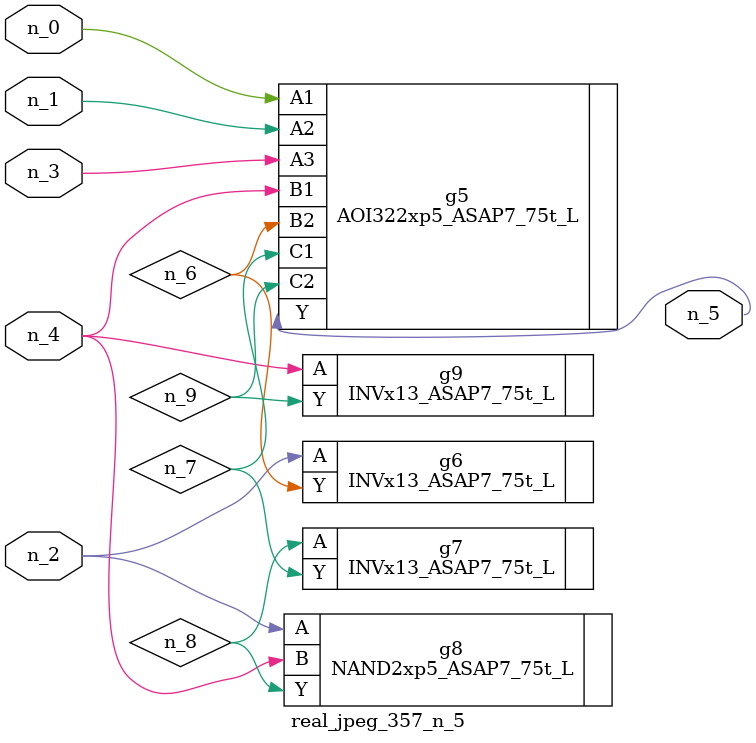
<source format=v>
module real_jpeg_357_n_5 (n_4, n_0, n_1, n_2, n_3, n_5);

input n_4;
input n_0;
input n_1;
input n_2;
input n_3;

output n_5;

wire n_8;
wire n_6;
wire n_7;
wire n_9;

AOI322xp5_ASAP7_75t_L g5 ( 
.A1(n_0),
.A2(n_1),
.A3(n_3),
.B1(n_4),
.B2(n_6),
.C1(n_7),
.C2(n_9),
.Y(n_5)
);

INVx13_ASAP7_75t_L g6 ( 
.A(n_2),
.Y(n_6)
);

NAND2xp5_ASAP7_75t_L g8 ( 
.A(n_2),
.B(n_4),
.Y(n_8)
);

INVx13_ASAP7_75t_L g9 ( 
.A(n_4),
.Y(n_9)
);

INVx13_ASAP7_75t_L g7 ( 
.A(n_8),
.Y(n_7)
);


endmodule
</source>
